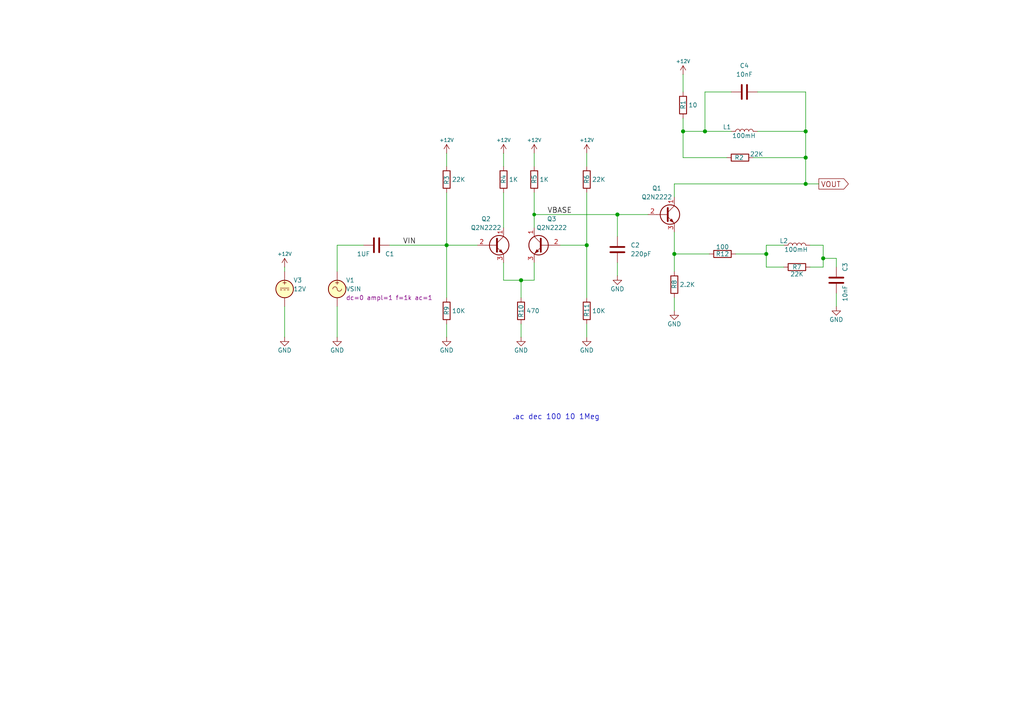
<source format=kicad_sch>
(kicad_sch (version 20250114) (generator "eeschema") (generator_version "9.0")
  (paper "A4")
  (title_block (date "Sun 22 Mar 2015"))
  (lib_symbols
    (symbol "Device:C" (pin_numbers (hide yes)) (pin_names (offset 0.254))
      (property "Reference" "C" (at 0.635 2.54 0))
      (property "Value" "C" (at 0.635 -2.54 0))
      (symbol "C_0_1"
        (polyline (pts (xy -2.032 0.762) (xy 2.032 0.762)) (stroke (width 0.508)))
        (polyline (pts (xy -2.032 -0.762) (xy 2.032 -0.762)) (stroke (width 0.508)))
      )
      (symbol "C_1_1"
        (pin passive line (at 0 3.81 270) (length 2.794) (name "~") (number "1"))
        (pin passive line (at 0 -3.81 90) (length 2.794) (name "~") (number "2"))
      )
    )
    (symbol "Device:L" (pin_numbers (hide yes)) (pin_names (offset 1.016) (hide yes))
      (property "Reference" "L" (at -1.27 0 90))
      (property "Value" "L" (at 1.905 0 90))
      (symbol "L_0_1"
        (arc (start 0 2.54) (mid 0.6323 1.905) (end 0 1.27))
        (arc (start 0 1.27) (mid 0.6323 0.635) (end 0 0))
        (arc (start 0 0) (mid 0.6323 -0.635) (end 0 -1.27))
        (arc (start 0 -1.27) (mid 0.6323 -1.905) (end 0 -2.54))
      )
      (symbol "L_1_1"
        (pin passive line (at 0 3.81 270) (length 1.27) (name "1") (number "1"))
        (pin passive line (at 0 -3.81 90) (length 1.27) (name "2") (number "2"))
      )
    )
    (symbol "Device:R" (pin_numbers (hide yes)) (pin_names (offset 0))
      (property "Reference" "R" (at 2.032 0 90))
      (property "Value" "R" (at 0 0 90))
      (symbol "R_0_1"
        (rectangle (start -1.016 -2.54) (end 1.016 2.54) (stroke (width 0.254)))
      )
      (symbol "R_1_1"
        (pin passive line (at 0 3.81 270) (length 1.27) (name "~") (number "1"))
        (pin passive line (at 0 -3.81 90) (length 1.27) (name "~") (number "2"))
      )
    )
    (symbol "Simulation_SPICE:VDC" (pin_numbers (hide yes)) (pin_names (offset 0.0254))
      (property "Reference" "V" (at 2.54 2.54 0))
      (property "Value" "1" (at 2.54 0 0))
      (symbol "VDC_0_0"
        (polyline (pts (xy -1.27 0.254) (xy 1.27 0.254)))
        (polyline (pts (xy -0.762 -0.254) (xy -1.27 -0.254)))
        (polyline (pts (xy 0.254 -0.254) (xy -0.254 -0.254)))
        (polyline (pts (xy 1.27 -0.254) (xy 0.762 -0.254)))
        (text "+" (at 0 1.905 0) (effects (font (size 1.27 1.27))))
      )
      (symbol "VDC_0_1"
        (circle (center 0 0) (radius 2.54) (stroke (width 0.254)) (fill (type background)))
      )
      (symbol "VDC_1_1"
        (pin passive line (at 0 5.08 270) (length 2.54) (name "~") (number "1"))
        (pin passive line (at 0 -5.08 90) (length 2.54) (name "~") (number "2"))
      )
    )
    (symbol "Simulation_SPICE:VSIN" (pin_numbers (hide yes)) (pin_names (offset 0.0254))
      (property "Reference" "V" (at 2.54 2.54 0))
      (property "Value" "VSIN" (at 2.54 0 0))
      (property "Sim.Params" "dc=0 ampl=1 f=1k ac=1" (at 2.54 -2.54 0))
      (symbol "VSIN_0_0"
        (arc (start -1.27 0) (mid -0.635 0.6323) (end 0 0))
        (arc (start 1.27 0) (mid 0.635 -0.6323) (end 0 0))
        (text "+" (at 0 1.905 0) (effects (font (size 1.27 1.27))))
      )
      (symbol "VSIN_0_1"
        (circle (center 0 0) (radius 2.54) (stroke (width 0.254)) (fill (type background)))
      )
      (symbol "VSIN_1_1"
        (pin passive line (at 0 5.08 270) (length 2.54) (name "~") (number "1"))
        (pin passive line (at 0 -5.08 90) (length 2.54) (name "~") (number "2"))
      )
    )
    (symbol "Transistor_BJT:Q_NPN_CBE" (pin_names (offset 0) (hide yes))
      (property "Reference" "Q" (at 5.08 1.27 0))
      (property "Value" "Q_NPN_CBE" (at 5.08 -1.27 0))
      (symbol "Q_NPN_CBE_0_1"
        (polyline (pts (xy -2.54 0) (xy 0.635 0)))
        (polyline (pts (xy 0.635 1.905) (xy 0.635 -1.905)) (stroke (width 0.508)))
        (circle (center 1.27 0) (radius 2.8194) (stroke (width 0.254)))
      )
      (symbol "Q_NPN_CBE_1_1"
        (polyline (pts (xy 0.635 0.635) (xy 2.54 2.54)))
        (polyline (pts (xy 0.635 -0.635) (xy 2.54 -2.54)))
        (polyline (pts (xy 1.27 -1.778) (xy 1.778 -1.27) (xy 2.286 -2.286) (xy 1.27 -1.778)) (fill (type outline)))
        (pin input line (at -5.08 0 0) (length 2.54) (name "B") (number "2"))
        (pin passive line (at 2.54 5.08 270) (length 2.54) (name "C") (number "1"))
        (pin passive line (at 2.54 -5.08 90) (length 2.54) (name "E") (number "3"))
      )
    )
    (symbol "power:+12V" (power) (pin_numbers (hide yes)) (pin_names (offset 0) (hide yes))
      (property "Value" "+12V" (at 0 3.556 0))
      (symbol "+12V_0_1"
        (polyline (pts (xy -0.762 1.27) (xy 0 2.54)))
        (polyline (pts (xy 0 2.54) (xy 0.762 1.27)))
        (polyline (pts (xy 0 0) (xy 0 2.54)))
      )
      (symbol "+12V_1_1"
        (pin power_in line (at 0 0 90) (length 0) (name "~") (number "1"))
      )
    )
    (symbol "power:GND" (power) (pin_numbers (hide yes)) (pin_names (offset 0) (hide yes))
      (property "Value" "GND" (at 0 -3.81 0))
      (symbol "GND_0_1"
        (polyline (pts (xy 0 0) (xy 0 -1.27) (xy 1.27 -1.27) (xy 0 -2.54) (xy -1.27 -1.27) (xy 0 -1.27)))
      )
      (symbol "GND_1_1"
        (pin power_in line (at 0 0 270) (length 0) (name "~") (number "1"))
      )
    )
  )
  (text ".ac dec 100 10 1Meg" (at 148.59 121.92 0) (effects (font (size 1.524 1.524)) (justify left bottom)))
  (junction (at 198.12 38.1) (diameter 1.016))
  (junction (at 233.68 45.72) (diameter 1.016))
  (junction (at 170.18 71.12) (diameter 1.016))
  (junction (at 179.07 62.23) (diameter 1.016))
  (junction (at 151.13 81.28) (diameter 1.016))
  (junction (at 195.58 73.66) (diameter 1.016))
  (junction (at 238.76 74.93) (diameter 1.016))
  (junction (at 233.68 38.1) (diameter 1.016))
  (junction (at 233.68 53.34) (diameter 1.016))
  (junction (at 204.47 38.1) (diameter 1.016))
  (junction (at 129.54 71.12) (diameter 1.016))
  (junction (at 154.94 62.23))
  (junction (at 222.25 73.66) (diameter 1.016))
  (wire (pts (xy 195.58 67.31) (xy 195.58 73.66)))
  (wire (pts (xy 242.57 74.93) (xy 242.57 77.47)))
  (wire (pts (xy 129.54 93.98) (xy 129.54 97.79)))
  (wire (pts (xy 179.07 62.23) (xy 187.96 62.23)))
  (wire (pts (xy 222.25 71.12) (xy 222.25 73.66)))
  (wire (pts (xy 198.12 21.59) (xy 198.12 26.67)))
  (wire (pts (xy 195.58 73.66) (xy 205.74 73.66)))
  (wire (pts (xy 195.58 53.34) (xy 233.68 53.34)))
  (wire (pts (xy 204.47 26.67) (xy 212.09 26.67)))
  (wire (pts (xy 198.12 38.1) (xy 204.47 38.1)))
  (wire (pts (xy 170.18 93.98) (xy 170.18 97.79)))
  (wire (pts (xy 198.12 38.1) (xy 198.12 45.72)))
  (wire (pts (xy 233.68 38.1) (xy 233.68 45.72)))
  (wire (pts (xy 222.25 73.66) (xy 222.25 77.47)))
  (wire (pts (xy 219.71 26.67) (xy 233.68 26.67)))
  (wire (pts (xy 233.68 45.72) (xy 233.68 53.34)))
  (wire (pts (xy 179.07 62.23) (xy 179.07 68.58)))
  (wire (pts (xy 151.13 81.28) (xy 151.13 86.36)))
  (wire (pts (xy 195.58 53.34) (xy 195.58 57.15)))
  (wire (pts (xy 195.58 86.36) (xy 195.58 90.17)))
  (wire (pts (xy 219.71 38.1) (xy 233.68 38.1)))
  (wire (pts (xy 97.79 71.12) (xy 97.79 78.74)))
  (wire (pts (xy 242.57 85.09) (xy 242.57 88.9)))
  (wire (pts (xy 151.13 81.28) (xy 154.94 81.28)))
  (wire (pts (xy 151.13 93.98) (xy 151.13 97.79)))
  (wire (pts (xy 146.05 81.28) (xy 151.13 81.28)))
  (wire (pts (xy 82.55 77.47) (xy 82.55 78.74)))
  (wire (pts (xy 170.18 71.12) (xy 170.18 86.36)))
  (wire (pts (xy 204.47 38.1) (xy 212.09 38.1)))
  (wire (pts (xy 97.79 71.12) (xy 105.41 71.12)))
  (wire (pts (xy 113.03 71.12) (xy 129.54 71.12)))
  (wire (pts (xy 213.36 73.66) (xy 222.25 73.66)))
  (wire (pts (xy 129.54 55.88) (xy 129.54 71.12)))
  (wire (pts (xy 222.25 77.47) (xy 227.33 77.47)))
  (wire (pts (xy 129.54 44.45) (xy 129.54 48.26)))
  (wire (pts (xy 198.12 34.29) (xy 198.12 38.1)))
  (wire (pts (xy 146.05 55.88) (xy 146.05 66.04)))
  (wire (pts (xy 154.94 76.2) (xy 154.94 81.28)))
  (wire (pts (xy 234.95 71.12) (xy 238.76 71.12)))
  (wire (pts (xy 129.54 71.12) (xy 129.54 86.36)))
  (wire (pts (xy 162.56 71.12) (xy 170.18 71.12)))
  (wire (pts (xy 195.58 73.66) (xy 195.58 78.74)))
  (wire (pts (xy 170.18 55.88) (xy 170.18 71.12)))
  (wire (pts (xy 170.18 44.45) (xy 170.18 48.26)))
  (wire (pts (xy 234.95 77.47) (xy 238.76 77.47)))
  (wire (pts (xy 154.94 55.88) (xy 154.94 62.23)))
  (wire (pts (xy 238.76 71.12) (xy 238.76 74.93)))
  (wire (pts (xy 146.05 76.2) (xy 146.05 81.28)))
  (wire (pts (xy 233.68 26.67) (xy 233.68 38.1)))
  (wire (pts (xy 97.79 88.9) (xy 97.79 97.79)))
  (wire (pts (xy 204.47 26.67) (xy 204.47 38.1)))
  (wire (pts (xy 154.94 62.23) (xy 154.94 66.04)))
  (wire (pts (xy 233.68 53.34) (xy 237.49 53.34)))
  (wire (pts (xy 198.12 45.72) (xy 210.82 45.72)))
  (wire (pts (xy 82.55 88.9) (xy 82.55 97.79)))
  (wire (pts (xy 227.33 71.12) (xy 222.25 71.12)))
  (wire (pts (xy 179.07 76.2) (xy 179.07 80.01)))
  (wire (pts (xy 146.05 44.45) (xy 146.05 48.26)))
  (wire (pts (xy 218.44 45.72) (xy 233.68 45.72)))
  (wire (pts (xy 238.76 74.93) (xy 242.57 74.93)))
  (wire (pts (xy 154.94 62.23) (xy 179.07 62.23)))
  (wire (pts (xy 154.94 44.45) (xy 154.94 48.26)))
  (wire (pts (xy 238.76 74.93) (xy 238.76 77.47)))
  (wire (pts (xy 129.54 71.12) (xy 138.43 71.12)))
  (label "VBASE" (at 158.75 62.23 0) (effects (font (size 1.524 1.524))))
  (label "VIN" (at 116.84 71.12 0) (effects (font (size 1.524 1.524))))
  (global_label "VOUT" (shape output) (at 237.49 53.34 0) (effects (font (size 1.524 1.524))) (property "Intersheetrefs" "${INTERSHEET_REFS}" (effects (hide yes))))
  (symbol (lib_id "Transistor_BJT:Q_NPN_CBE") (at 143.51 71.12 0) (unit 1)
    (property "Reference" "Q2" (at 140.97 63.5 0))
    (property "Value" "Q2N2222" (at 140.97 66.04 0))
    (property "Sim.Library" "2n2222.model" (effects (hide yes)))
    (property "Sim.Name" "Q2N2222" (effects (hide yes)))
    (property "Sim.Device" "NPN" (effects (hide yes)))
    (property "Sim.Type" "GUMMELPOON" (effects (hide yes)))
    (property "Sim.Pins" "1=C 2=B 3=E" (effects (hide yes)))
  )
  (symbol (lib_id "Transistor_BJT:Q_NPN_CBE") (at 157.48 71.12 0) (mirror y) (unit 1)
    (property "Reference" "Q3" (at 160.02 63.5 0))
    (property "Value" "Q2N2222" (at 160.02 66.04 0))
    (property "Sim.Library" "2n2222.model" (effects (hide yes)))
    (property "Sim.Name" "Q2N2222" (effects (hide yes)))
    (property "Sim.Device" "NPN" (effects (hide yes)))
    (property "Sim.Type" "GUMMELPOON" (effects (hide yes)))
    (property "Sim.Pins" "1=C 2=B 3=E" (effects (hide yes)))
  )
  (symbol (lib_id "Device:R") (at 146.05 52.07 0) (unit 1)
    (property "Reference" "R4" (at 146.05 53.34 90) (effects (justify left)))
    (property "Value" "1K" (at 147.574 52.07 0) (effects (justify left)))
    (property "Description" "Resistor" (effects (hide yes)))
  )
  (symbol (lib_id "Device:R") (at 154.94 52.07 0) (unit 1)
    (property "Reference" "R5" (at 154.94 53.34 90) (effects (justify left)))
    (property "Value" "1K" (at 156.464 52.07 0) (effects (justify left)))
    (property "Description" "Resistor" (effects (hide yes)))
  )
  (symbol (lib_id "Device:R") (at 151.13 90.17 0) (unit 1)
    (property "Reference" "R10" (at 151.13 92.202 90) (effects (justify left)))
    (property "Value" "470" (at 152.654 90.17 0) (effects (justify left)))
    (property "Description" "Resistor" (effects (hide yes)))
  )
  (symbol (lib_id "power:GND") (at 151.13 97.79 0) (unit 1)
    (property "Reference" "#PWR6" (effects (hide yes)))
    (property "Value" "GND" (at 151.13 101.6 0))
    (property "Description" "Power symbol creates a global label with name \"GND\" , ground" (effects (hide yes)))
  )
  (symbol (lib_id "Device:R") (at 170.18 90.17 0) (unit 1)
    (property "Reference" "R11" (at 170.18 91.948 90) (effects (justify left)))
    (property "Value" "10K" (at 171.704 90.17 0) (effects (justify left)))
    (property "Description" "Resistor" (effects (hide yes)))
  )
  (symbol (lib_id "Device:R") (at 170.18 52.07 0) (unit 1)
    (property "Reference" "R6" (at 170.18 53.34 90) (effects (justify left)))
    (property "Value" "22K" (at 171.704 52.07 0) (effects (justify left)))
    (property "Description" "Resistor" (effects (hide yes)))
  )
  (symbol (lib_id "Device:R") (at 129.54 52.07 0) (unit 1)
    (property "Reference" "R3" (at 129.54 53.594 90) (effects (justify left)))
    (property "Value" "22K" (at 131.064 52.07 0) (effects (justify left)))
    (property "Description" "Resistor" (effects (hide yes)))
  )
  (symbol (lib_id "Device:R") (at 129.54 90.17 0) (unit 1)
    (property "Reference" "R9" (at 129.54 91.44 90) (effects (justify left)))
    (property "Value" "10K" (at 131.064 90.17 0) (effects (justify left)))
    (property "Description" "Resistor" (effects (hide yes)))
  )
  (symbol (lib_id "power:GND") (at 129.54 97.79 0) (unit 1)
    (property "Reference" "#PWR5" (effects (hide yes)))
    (property "Value" "GND" (at 129.54 101.6 0))
    (property "Description" "Power symbol creates a global label with name \"GND\" , ground" (effects (hide yes)))
  )
  (symbol (lib_id "power:GND") (at 170.18 97.79 0) (unit 1)
    (property "Reference" "#PWR7" (effects (hide yes)))
    (property "Value" "GND" (at 170.18 101.6 0))
    (property "Description" "Power symbol creates a global label with name \"GND\" , ground" (effects (hide yes)))
  )
  (symbol (lib_id "power:+12V") (at 129.54 44.45 0) (unit 1)
    (property "Reference" "#+12V03" (effects (hide yes)))
    (property "Value" "+12V" (at 129.54 40.64 0) (effects (font (size 1.016 1.016))))
    (property "Description" "Power symbol creates a global label with name \"+12V\"" (effects (hide yes)))
  )
  (symbol (lib_id "power:+12V") (at 146.05 44.45 0) (unit 1)
    (property "Reference" "#+12V04" (effects (hide yes)))
    (property "Value" "+12V" (at 146.05 40.64 0) (effects (font (size 1.016 1.016))))
    (property "Description" "Power symbol creates a global label with name \"+12V\"" (effects (hide yes)))
  )
  (symbol (lib_id "power:+12V") (at 154.94 44.45 0) (unit 1)
    (property "Reference" "#+12V05" (effects (hide yes)))
    (property "Value" "+12V" (at 154.94 40.64 0) (effects (font (size 1.016 1.016))))
    (property "Description" "Power symbol creates a global label with name \"+12V\"" (effects (hide yes)))
  )
  (symbol (lib_id "power:+12V") (at 170.18 44.45 0) (unit 1)
    (property "Reference" "#+12V06" (effects (hide yes)))
    (property "Value" "+12V" (at 170.18 40.64 0) (effects (font (size 1.016 1.016))))
    (property "Description" "Power symbol creates a global label with name \"+12V\"" (effects (hide yes)))
  )
  (symbol (lib_id "power:GND") (at 82.55 97.79 0) (unit 1)
    (property "Reference" "#PWR1" (effects (hide yes)))
    (property "Value" "GND" (at 82.55 101.6 0))
    (property "Description" "Power symbol creates a global label with name \"GND\" , ground" (effects (hide yes)))
  )
  (symbol (lib_id "power:+12V") (at 82.55 77.47 0) (unit 1)
    (property "Reference" "#+12V02" (effects (hide yes)))
    (property "Value" "+12V" (at 82.55 73.66 0) (effects (font (size 1.016 1.016))))
    (property "Description" "Power symbol creates a global label with name \"+12V\"" (effects (hide yes)))
  )
  (symbol (lib_id "Device:C") (at 109.22 71.12 270) (unit 1)
    (property "Reference" "C1" (at 113.03 73.66 90))
    (property "Value" "1UF" (at 105.41 73.66 90))
    (property "Description" "Unpolarized capacitor" (effects (hide yes)))
  )
  (symbol (lib_id "power:GND") (at 97.79 97.79 0) (unit 1)
    (property "Reference" "#PWR8" (effects (hide yes)))
    (property "Value" "GND" (at 97.79 101.6 0))
    (property "Description" "Power symbol creates a global label with name \"GND\" , ground" (effects (hide yes)))
  )
  (symbol (lib_id "Transistor_BJT:Q_NPN_CBE") (at 193.04 62.23 0) (unit 1)
    (property "Reference" "Q1" (at 190.5 54.61 0))
    (property "Value" "Q2N2222" (at 190.5 57.15 0))
    (property "Sim.Library" "2n2222.model" (effects (hide yes)))
    (property "Sim.Name" "Q2N2222" (effects (hide yes)))
    (property "Sim.Device" "NPN" (effects (hide yes)))
    (property "Sim.Type" "GUMMELPOON" (effects (hide yes)))
    (property "Sim.Pins" "1=C 2=B 3=E" (effects (hide yes)))
  )
  (symbol (lib_id "Device:R") (at 195.58 82.55 0) (unit 1)
    (property "Reference" "R8" (at 195.58 83.82 90) (effects (justify left)))
    (property "Value" "2.2K" (at 197.104 82.55 0) (effects (justify left)))
    (property "Description" "Resistor" (effects (hide yes)))
  )
  (symbol (lib_id "power:+12V") (at 198.12 21.59 0) (unit 1)
    (property "Reference" "#+12V01" (effects (hide yes)))
    (property "Value" "+12V" (at 198.12 17.78 0) (effects (font (size 1.016 1.016))))
    (property "Description" "Power symbol creates a global label with name \"+12V\"" (effects (hide yes)))
  )
  (symbol (lib_id "power:GND") (at 195.58 90.17 0) (unit 1)
    (property "Reference" "#PWR4" (effects (hide yes)))
    (property "Value" "GND" (at 195.58 93.98 0))
    (property "Description" "Power symbol creates a global label with name \"GND\" , ground" (effects (hide yes)))
  )
  (symbol (lib_id "Device:C") (at 179.07 72.39 0) (unit 1)
    (property "Reference" "C2" (at 182.88 71.1199 0) (effects (justify left)))
    (property "Value" "220pF" (at 182.88 73.6599 0) (effects (justify left)))
    (property "Description" "Unpolarized capacitor" (effects (hide yes)))
  )
  (symbol (lib_id "power:GND") (at 179.07 80.01 0) (unit 1)
    (property "Reference" "#PWR2" (effects (hide yes)))
    (property "Value" "GND" (at 179.07 83.82 0))
    (property "Description" "Power symbol creates a global label with name \"GND\" , ground" (effects (hide yes)))
  )
  (symbol (lib_id "Device:C") (at 242.57 81.28 0) (unit 1)
    (property "Reference" "C3" (at 245.11 77.47 90))
    (property "Value" "10nF" (at 245.11 85.09 90))
    (property "Description" "Unpolarized capacitor" (effects (hide yes)))
  )
  (symbol (lib_id "power:GND") (at 242.57 88.9 0) (unit 1)
    (property "Reference" "#PWR3" (effects (hide yes)))
    (property "Value" "GND" (at 242.57 92.71 0))
    (property "Description" "Power symbol creates a global label with name \"GND\" , ground" (effects (hide yes)))
  )
  (symbol (lib_id "Device:L") (at 215.9 38.1 90) (unit 1)
    (property "Reference" "L1" (at 212.09 36.83 90) (effects (justify left)))
    (property "Value" "100mH" (at 219.202 39.37 90) (effects (justify left)))
    (property "Description" "Inductor" (effects (hide yes)))
  )
  (symbol (lib_id "Device:R") (at 198.12 30.48 0) (unit 1)
    (property "Reference" "R1" (at 198.12 31.75 90) (effects (justify left)))
    (property "Value" "10" (at 199.644 30.48 0) (effects (justify left)))
    (property "Description" "Resistor" (effects (hide yes)))
  )
  (symbol (lib_id "Device:R") (at 214.63 45.72 270) (unit 1)
    (property "Reference" "R2" (at 214.376 45.72 90))
    (property "Value" "22K" (at 219.456 44.704 90))
    (property "Description" "Resistor" (effects (hide yes)))
  )
  (symbol (lib_id "Device:R") (at 231.14 77.47 270) (unit 1)
    (property "Reference" "R7" (at 231.14 77.47 90))
    (property "Value" "22K" (at 231.14 79.502 90))
    (property "Description" "Resistor" (effects (hide yes)))
  )
  (symbol (lib_id "Device:L") (at 231.14 71.12 90) (unit 1)
    (property "Reference" "L2" (at 227.33 69.85 90))
    (property "Value" "100mH" (at 230.886 72.39 90))
    (property "Description" "Inductor" (effects (hide yes)))
  )
  (symbol (lib_id "Device:C") (at 215.9 26.67 270) (unit 1)
    (property "Reference" "C4" (at 215.9 19.05 90))
    (property "Value" "10nF" (at 215.9 21.59 90))
    (property "Description" "Unpolarized capacitor" (effects (hide yes)))
  )
  (symbol (lib_id "Device:R") (at 209.55 73.66 270) (unit 1)
    (property "Reference" "R12" (at 209.55 73.66 90))
    (property "Value" "100" (at 209.55 71.628 90))
    (property "Description" "Resistor" (effects (hide yes)))
  )
  (symbol (lib_id "Simulation_SPICE:VDC") (at 82.55 83.82 0) (unit 1)
    (property "Reference" "V3" (at 85.09 81.28 0) (effects (justify left)))
    (property "Value" "12V" (at 85.09 83.82 0) (effects (justify left)))
    (property "Datasheet" "https://ngspice.sourceforge.io/docs/ngspice-html-manual/manual.xhtml#sec_Independent_Sources_for" (effects (hide yes)))
    (property "Description" "Voltage source, DC" (effects (hide yes)))
    (property "Sim.Pins" "1=+ 2=-" (effects (hide yes)))
    (property "Sim.Type" "DC" (effects (hide yes)))
    (property "Sim.Device" "V" (effects (hide yes)))
  )
  (symbol (lib_id "Simulation_SPICE:VSIN") (at 97.79 83.82 0) (unit 1)
    (property "Reference" "V1" (at 100.33 81.28 0) (effects (justify left)))
    (property "Value" "VSIN" (at 100.33 83.82 0) (effects (justify left)))
    (property "Datasheet" "https://ngspice.sourceforge.io/docs/ngspice-html-manual/manual.xhtml#sec_Independent_Sources_for" (effects (hide yes)))
    (property "Description" "Voltage source, sinusoidal" (effects (hide yes)))
    (property "Sim.Pins" "1=+ 2=-" (effects (hide yes)))
    (property "Sim.Params" "dc=0 ampl=1 f=1k ac=1" (at 100.33 86.36 0) (effects (justify left)))
    (property "Sim.Type" "SIN" (effects (hide yes)))
    (property "Sim.Device" "V" (effects (hide yes)))
  )
)
</source>
